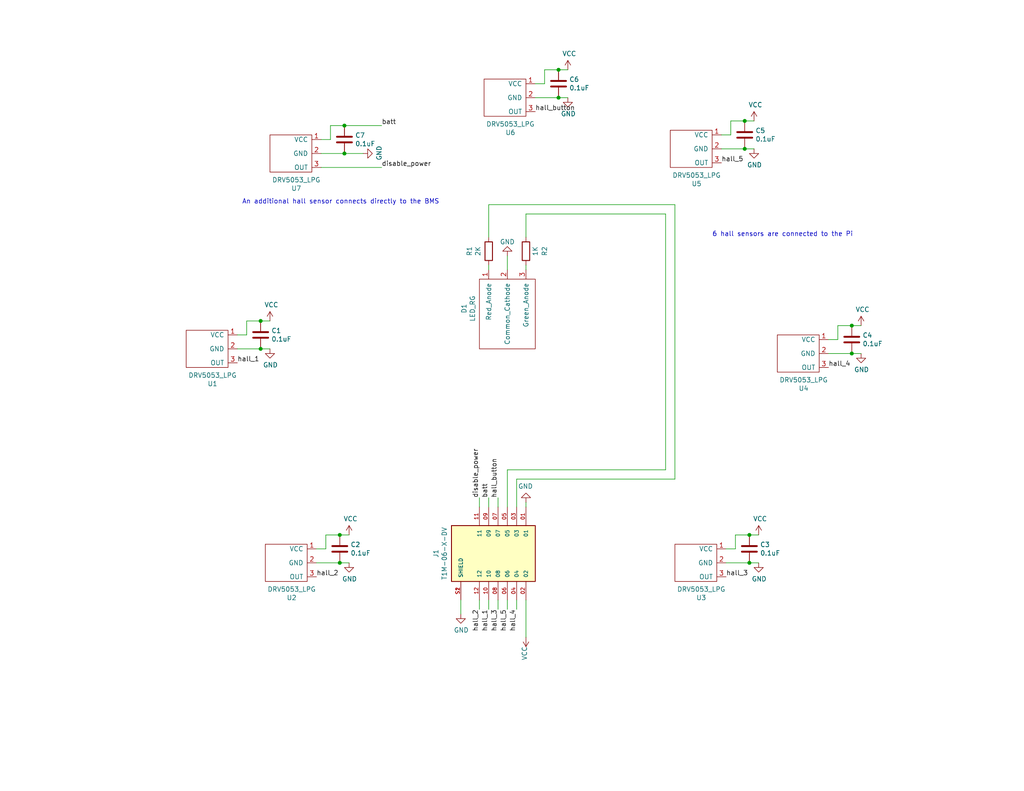
<source format=kicad_sch>
(kicad_sch (version 20211123) (generator eeschema)
  (paper "USLetter")
  (title_block (title "Hall Ring"))
  (lib_symbols
    (symbol "Device:C" (pin_numbers hide) (pin_names (offset 0.254))
      (property "Reference" "C" (at 0.635 2.54 0))
      (property "Value" "C" (at 0.635 -2.54 0))
      (symbol "C_0_1"
        (polyline (pts (xy -2.032 -0.762) (xy 2.032 -0.762)) (stroke (width 0.508)))
        (polyline (pts (xy -2.032 0.762) (xy 2.032 0.762)) (stroke (width 0.508)))
      )
      (symbol "C_1_1"
        (pin passive line (at 0 3.81 270) (length 2.794) (name "~") (number "1"))
        (pin passive line (at 0 -3.81 90) (length 2.794) (name "~") (number "2"))
      )
    )
    (symbol "Device:R" (pin_numbers hide) (pin_names (offset 0))
      (property "Reference" "R" (at 2.032 0 90))
      (property "Value" "R" (at 0 0 90))
      (symbol "R_0_1"
        (rectangle (start -1.016 -2.54) (end 1.016 2.54) (stroke (width 0.254)))
      )
      (symbol "R_1_1"
        (pin passive line (at 0 3.81 270) (length 1.27) (name "~") (number "1"))
        (pin passive line (at 0 -3.81 90) (length 1.27) (name "~") (number "2"))
      )
    )
    (symbol "Hall_ring-rescue:DRV5053_LPG-Custom" (pin_names (offset 1.016))
      (property "Reference" "U" (at 0 0 0))
      (property "Value" "DRV5053_LPG-Custom" (at 0 -12.7 0))
      (symbol "DRV5053_LPG-Custom_0_1"
        (rectangle (start -6.35 -11.43) (end 5.08 -1.27))
      )
      (symbol "DRV5053_LPG-Custom_1_1"
        (pin power_in line (at 7.62 -10.16 180) (length 2.54) (name "VCC") (number "1"))
        (pin power_in line (at 7.62 -6.35 180) (length 2.54) (name "GND") (number "2"))
        (pin output line (at 7.62 -2.54 180) (length 2.54) (name "OUT") (number "3"))
      )
    )
    (symbol "Hall_ring-rescue:LED_RG-Custom" (pin_names (offset 1.016))
      (property "Reference" "D" (at 0 1.27 0))
      (property "Value" "LED_RG-Custom" (at 0 -16.51 0))
      (symbol "LED_RG-Custom_0_1"
        (rectangle (start -11.43 -15.24) (end 7.62 0))
      )
      (symbol "LED_RG-Custom_1_1"
        (pin output line (at 10.16 -2.54 180) (length 2.54) (name "Red_Anode") (number "1"))
        (pin power_in line (at 10.16 -7.62 180) (length 2.54) (name "Common_Cathode") (number "2"))
        (pin output line (at 10.16 -12.7 180) (length 2.54) (name "Green_Anode") (number "3"))
      )
    )
    (symbol "T1M-06-X-DV:T1M-06-X-DV" (pin_names (offset 1.016))
      (property "Reference" "J" (at -7.62 11.43 0))
      (property "Value" "T1M-06-X-DV" (at -7.62 -13.97 0))
      (symbol "T1M-06-X-DV_0_0"
        (rectangle (start -7.62 -12.7) (end 7.62 10.16) (stroke (width 0.254)) (fill (type background)))
        (pin passive line (at -12.7 7.62 0) (length 5.08) (name "01") (number "01"))
        (pin passive line (at 12.7 7.62 180) (length 5.08) (name "02") (number "02"))
        (pin passive line (at -12.7 5.08 0) (length 5.08) (name "03") (number "03"))
        (pin passive line (at 12.7 5.08 180) (length 5.08) (name "04") (number "04"))
        (pin passive line (at -12.7 2.54 0) (length 5.08) (name "05") (number "05"))
        (pin passive line (at 12.7 2.54 180) (length 5.08) (name "06") (number "06"))
        (pin passive line (at -12.7 0 0) (length 5.08) (name "07") (number "07"))
        (pin passive line (at 12.7 0 180) (length 5.08) (name "08") (number "08"))
        (pin passive line (at -12.7 -2.54 0) (length 5.08) (name "09") (number "09"))
        (pin passive line (at 12.7 -2.54 180) (length 5.08) (name "10") (number "10"))
        (pin passive line (at -12.7 -5.08 0) (length 5.08) (name "11") (number "11"))
        (pin passive line (at 12.7 -5.08 180) (length 5.08) (name "12") (number "12"))
        (pin passive line (at 12.7 -10.16 180) (length 5.08) (name "SHIELD") (number "S1"))
        (pin passive line (at 12.7 -10.16 180) (length 5.08) (name "SHIELD") (number "S2"))
      )
    )
    (symbol "power:GND" (power) (pin_names (offset 0))
      (property "Value" "GND" (at 0 -3.81 0))
      (symbol "GND_0_1"
        (polyline (pts (xy 0 0) (xy 0 -1.27) (xy 1.27 -1.27) (xy 0 -2.54) (xy -1.27 -1.27) (xy 0 -1.27)))
      )
      (symbol "GND_1_1"
        (pin power_in line (at 0 0 270) (length 0) hide (name "GND") (number "1"))
      )
    )
    (symbol "power:VCC" (power) (pin_names (offset 0))
      (property "Value" "VCC" (at 0 3.81 0))
      (symbol "VCC_0_1"
        (polyline (pts (xy -0.762 1.27) (xy 0 2.54)))
        (polyline (pts (xy 0 0) (xy 0 2.54)))
        (polyline (pts (xy 0 2.54) (xy 0.762 1.27)))
      )
      (symbol "VCC_1_1"
        (pin power_in line (at 0 0 90) (length 0) hide (name "VCC") (number "1"))
      )
    )
  )
  (junction (at 232.41 88.9))
  (junction (at 71.12 87.63))
  (junction (at 204.47 153.67))
  (junction (at 71.12 95.25))
  (junction (at 204.47 146.05))
  (junction (at 92.71 146.05))
  (junction (at 232.41 96.52))
  (junction (at 152.4 19.05))
  (junction (at 152.4 26.67))
  (junction (at 93.98 41.91))
  (junction (at 203.2 33.02))
  (junction (at 92.71 153.67))
  (junction (at 203.2 40.64))
  (junction (at 93.98 34.29))
  (wire (pts (xy 86.36 153.67) (xy 92.71 153.67)))
  (wire (pts (xy 203.2 40.64) (xy 205.74 40.64)))
  (wire (pts (xy 199.39 33.02) (xy 203.2 33.02)))
  (wire (pts (xy 148.59 19.05) (xy 152.4 19.05)))
  (wire (pts (xy 67.31 91.44) (xy 67.31 87.63)))
  (wire (pts (xy 138.43 128.27) (xy 138.43 138.43)))
  (wire (pts (xy 199.39 36.83) (xy 199.39 33.02)))
  (wire (pts (xy 228.6 92.71) (xy 228.6 88.9)))
  (wire (pts (xy 125.73 167.64) (xy 125.73 163.83)))
  (wire (pts (xy 130.81 138.43) (xy 130.81 135.89)))
  (wire (pts (xy 140.97 130.81) (xy 140.97 138.43)))
  (wire (pts (xy 143.51 138.43) (xy 143.51 137.16)))
  (wire (pts (xy 232.41 96.52) (xy 234.95 96.52)))
  (wire (pts (xy 196.85 36.83) (xy 199.39 36.83)))
  (wire (pts (xy 226.06 92.71) (xy 228.6 92.71)))
  (wire (pts (xy 196.85 40.64) (xy 203.2 40.64)))
  (wire (pts (xy 232.41 88.9) (xy 234.95 88.9)))
  (wire (pts (xy 198.12 149.86) (xy 200.66 149.86)))
  (wire (pts (xy 200.66 146.05) (xy 204.47 146.05)))
  (wire (pts (xy 92.71 146.05) (xy 95.25 146.05)))
  (wire (pts (xy 64.77 95.25) (xy 71.12 95.25)))
  (wire (pts (xy 140.97 163.83) (xy 140.97 166.37)))
  (wire (pts (xy 148.59 22.86) (xy 148.59 19.05)))
  (wire (pts (xy 226.06 96.52) (xy 232.41 96.52)))
  (wire (pts (xy 146.05 22.86) (xy 148.59 22.86)))
  (wire (pts (xy 138.43 69.85) (xy 138.43 73.66)))
  (wire (pts (xy 143.51 58.42) (xy 143.51 64.77)))
  (wire (pts (xy 204.47 146.05) (xy 207.01 146.05)))
  (wire (pts (xy 64.77 91.44) (xy 67.31 91.44)))
  (wire (pts (xy 133.35 138.43) (xy 133.35 135.89)))
  (wire (pts (xy 133.35 55.88) (xy 133.35 64.77)))
  (wire (pts (xy 71.12 95.25) (xy 73.66 95.25)))
  (wire (pts (xy 203.2 33.02) (xy 205.74 33.02)))
  (wire (pts (xy 135.89 138.43) (xy 135.89 135.89)))
  (wire (pts (xy 67.31 87.63) (xy 71.12 87.63)))
  (wire (pts (xy 228.6 88.9) (xy 232.41 88.9)))
  (wire (pts (xy 198.12 153.67) (xy 204.47 153.67)))
  (wire (pts (xy 93.98 34.29) (xy 104.14 34.29)))
  (wire (pts (xy 140.97 130.81) (xy 184.15 130.81)))
  (wire (pts (xy 92.71 153.67) (xy 95.25 153.67)))
  (wire (pts (xy 93.98 41.91) (xy 99.06 41.91)))
  (wire (pts (xy 135.89 163.83) (xy 135.89 166.37)))
  (wire (pts (xy 143.51 73.66) (xy 143.51 72.39)))
  (wire (pts (xy 88.9 146.05) (xy 92.71 146.05)))
  (wire (pts (xy 152.4 19.05) (xy 154.94 19.05)))
  (wire (pts (xy 90.17 38.1) (xy 90.17 34.29)))
  (wire (pts (xy 181.61 58.42) (xy 143.51 58.42)))
  (wire (pts (xy 152.4 26.67) (xy 154.94 26.67)))
  (wire (pts (xy 88.9 149.86) (xy 88.9 146.05)))
  (wire (pts (xy 71.12 87.63) (xy 73.66 87.63)))
  (wire (pts (xy 138.43 128.27) (xy 181.61 128.27)))
  (wire (pts (xy 133.35 166.37) (xy 133.35 163.83)))
  (wire (pts (xy 204.47 153.67) (xy 207.01 153.67)))
  (wire (pts (xy 87.63 41.91) (xy 93.98 41.91)))
  (wire (pts (xy 86.36 149.86) (xy 88.9 149.86)))
  (wire (pts (xy 87.63 38.1) (xy 90.17 38.1)))
  (wire (pts (xy 181.61 128.27) (xy 181.61 58.42)))
  (wire (pts (xy 87.63 45.72) (xy 104.14 45.72)))
  (wire (pts (xy 146.05 26.67) (xy 152.4 26.67)))
  (wire (pts (xy 133.35 73.66) (xy 133.35 72.39)))
  (wire (pts (xy 143.51 163.83) (xy 143.51 173.99)))
  (wire (pts (xy 184.15 55.88) (xy 184.15 130.81)))
  (wire (pts (xy 138.43 163.83) (xy 138.43 166.37)))
  (wire (pts (xy 200.66 149.86) (xy 200.66 146.05)))
  (wire (pts (xy 90.17 34.29) (xy 93.98 34.29)))
  (wire (pts (xy 130.81 163.83) (xy 130.81 166.37)))
  (wire (pts (xy 133.35 55.88) (xy 184.15 55.88)))
  (text "6 hall sensors are connected to the Pi\n" (at 194.31 64.77 0) (effects (font (size 1.27 1.27)) (justify left bottom)))
  (text "An additional hall sensor connects directly to the BMS\n" (at 66.04 55.88 0) (effects (font (size 1.27 1.27)) (justify left bottom)))
  (label "hall_3" (at 198.12 157.48 0))
  (label "batt" (at 133.35 135.89 90))
  (label "disable_power" (at 104.14 45.72 0))
  (label "hall_5" (at 138.43 166.37 270))
  (label "hall_3" (at 135.89 166.37 270))
  (label "hall_4" (at 140.97 166.37 270))
  (label "disable_power" (at 130.81 135.89 90))
  (label "hall_2" (at 86.36 157.48 0))
  (label "hall_2" (at 130.81 166.37 270))
  (label "hall_1" (at 64.77 99.06 0))
  (label "hall_button" (at 135.89 135.89 90))
  (label "hall_button" (at 146.05 30.48 0))
  (label "hall_5" (at 196.85 44.45 0))
  (label "hall_4" (at 226.06 100.33 0))
  (label "hall_1" (at 133.35 166.37 270))
  (label "batt" (at 104.14 34.29 0))
  (symbol (lib_id "Hall_ring-rescue:DRV5053_LPG-Custom") (at 57.15 101.6 0) (mirror x) (unit 1)
    (property "Reference" "U1" (at 57.9882 104.775 0))
    (property "Value" "DRV5053_LPG" (at 57.9882 102.4636 0))
    (property "Footprint" "Package_TO_SOT_THT:TO-92Flat" (effects hide))
    (property "Digikey" "296-DRV5032DULPGMCT-ND" (effects hide))
    (property "Buy Digikey" "buy" (effects hide))
  )
  (symbol (lib_id "power:GND") (at 143.51 137.16 180) (unit 1)
    (property "Reference" "#PWR014" (effects hide))
    (property "Value" "GND" (at 143.383 132.7658 0))
  )
  (symbol (lib_id "power:VCC") (at 143.51 173.99 180) (unit 1)
    (property "Reference" "#PWR013" (effects hide))
    (property "Value" "VCC" (at 143.129 178.3842 90))
  )
  (symbol (lib_id "power:GND") (at 73.66 95.25 0) (unit 1)
    (property "Reference" "#PWR02" (effects hide))
    (property "Value" "GND" (at 73.787 99.6442 0))
  )
  (symbol (lib_id "power:VCC") (at 73.66 87.63 0) (unit 1)
    (property "Reference" "#PWR01" (effects hide))
    (property "Value" "VCC" (at 74.041 83.2358 0))
  )
  (symbol (lib_id "Hall_ring-rescue:DRV5053_LPG-Custom") (at 190.5 160.02 0) (mirror x) (unit 1)
    (property "Reference" "U3" (at 191.3382 163.195 0))
    (property "Value" "DRV5053_LPG" (at 191.3382 160.8836 0))
    (property "Footprint" "Package_TO_SOT_THT:TO-92Flat" (effects hide))
    (property "Digikey" "296-DRV5032DULPGMCT-ND" (effects hide))
    (property "Buy Digikey" "buy" (effects hide))
  )
  (symbol (lib_id "power:GND") (at 207.01 153.67 0) (unit 1)
    (property "Reference" "#PWR06" (effects hide))
    (property "Value" "GND" (at 207.137 158.0642 0))
  )
  (symbol (lib_id "power:VCC") (at 207.01 146.05 0) (unit 1)
    (property "Reference" "#PWR05" (effects hide))
    (property "Value" "VCC" (at 207.391 141.6558 0))
  )
  (symbol (lib_id "Hall_ring-rescue:DRV5053_LPG-Custom") (at 218.44 102.87 0) (mirror x) (unit 1)
    (property "Reference" "U4" (at 219.2782 106.045 0))
    (property "Value" "DRV5053_LPG" (at 219.2782 103.7336 0))
    (property "Footprint" "Package_TO_SOT_THT:TO-92Flat" (effects hide))
    (property "Digikey" "296-DRV5032DULPGMCT-ND" (effects hide))
    (property "Buy Digikey" "buy" (effects hide))
  )
  (symbol (lib_id "power:GND") (at 234.95 96.52 0) (unit 1)
    (property "Reference" "#PWR08" (effects hide))
    (property "Value" "GND" (at 235.077 100.9142 0))
  )
  (symbol (lib_id "power:VCC") (at 234.95 88.9 0) (unit 1)
    (property "Reference" "#PWR07" (effects hide))
    (property "Value" "VCC" (at 235.331 84.5058 0))
  )
  (symbol (lib_id "Hall_ring-rescue:DRV5053_LPG-Custom") (at 189.23 46.99 0) (mirror x) (unit 1)
    (property "Reference" "U5" (at 190.0682 50.165 0))
    (property "Value" "DRV5053_LPG" (at 190.0682 47.8536 0))
    (property "Footprint" "Package_TO_SOT_THT:TO-92Flat" (effects hide))
    (property "Digikey" "296-DRV5032DULPGMCT-ND" (effects hide))
    (property "Buy Digikey" "buy" (effects hide))
  )
  (symbol (lib_id "power:GND") (at 205.74 40.64 0) (unit 1)
    (property "Reference" "#PWR010" (effects hide))
    (property "Value" "GND" (at 205.867 45.0342 0))
  )
  (symbol (lib_id "power:VCC") (at 205.74 33.02 0) (unit 1)
    (property "Reference" "#PWR09" (effects hide))
    (property "Value" "VCC" (at 206.121 28.6258 0))
  )
  (symbol (lib_id "Hall_ring-rescue:DRV5053_LPG-Custom") (at 138.43 33.02 0) (mirror x) (unit 1)
    (property "Reference" "U6" (at 139.2682 36.195 0))
    (property "Value" "DRV5053_LPG" (at 139.2682 33.8836 0))
    (property "Footprint" "Package_TO_SOT_THT:TO-92Flat" (effects hide))
    (property "Digikey" "296-DRV5032DULPGMCT-ND" (effects hide))
    (property "Buy Digikey" "buy" (effects hide))
  )
  (symbol (lib_id "power:GND") (at 154.94 26.67 0) (unit 1)
    (property "Reference" "#PWR012" (effects hide))
    (property "Value" "GND" (at 155.067 31.0642 0))
  )
  (symbol (lib_id "power:VCC") (at 154.94 19.05 0) (unit 1)
    (property "Reference" "#PWR011" (effects hide))
    (property "Value" "VCC" (at 155.321 14.6558 0))
  )
  (symbol (lib_id "Hall_ring-rescue:DRV5053_LPG-Custom") (at 78.74 160.02 0) (mirror x) (unit 1)
    (property "Reference" "U2" (at 79.5782 163.195 0))
    (property "Value" "DRV5053_LPG" (at 79.5782 160.8836 0))
    (property "Footprint" "Package_TO_SOT_THT:TO-92Flat" (effects hide))
    (property "Digikey" "296-DRV5032DULPGMCT-ND" (effects hide))
    (property "Buy Digikey" "buy" (effects hide))
  )
  (symbol (lib_id "power:GND") (at 95.25 153.67 0) (unit 1)
    (property "Reference" "#PWR04" (effects hide))
    (property "Value" "GND" (at 95.377 158.0642 0))
  )
  (symbol (lib_id "power:VCC") (at 95.25 146.05 0) (unit 1)
    (property "Reference" "#PWR03" (effects hide))
    (property "Value" "VCC" (at 95.631 141.6558 0))
  )
  (symbol (lib_id "Device:C") (at 71.12 91.44 0) (unit 1)
    (property "Reference" "C1" (at 74.041 90.2716 0) (effects (justify left)))
    (property "Value" "0.1uF" (at 74.041 92.583 0) (effects (justify left)))
    (property "Footprint" "Capacitor_SMD:C_0402_1005Metric" (effects hide))
    (property "Digikey" "1276-1043-2-ND" (effects hide))
    (property "LCSC" "C307331" (effects hide))
    (property "Buy Digikey" "buy" (effects hide))
  )
  (symbol (lib_id "Device:C") (at 92.71 149.86 0) (unit 1)
    (property "Reference" "C2" (at 95.631 148.6916 0) (effects (justify left)))
    (property "Value" "0.1uF" (at 95.631 151.003 0) (effects (justify left)))
    (property "Footprint" "Capacitor_SMD:C_0402_1005Metric" (effects hide))
    (property "Digikey" "1276-1043-2-ND" (effects hide))
    (property "LCSC" "C307331" (effects hide))
    (property "Buy Digikey" "buy" (effects hide))
  )
  (symbol (lib_id "Device:C") (at 204.47 149.86 0) (unit 1)
    (property "Reference" "C3" (at 207.391 148.6916 0) (effects (justify left)))
    (property "Value" "0.1uF" (at 207.391 151.003 0) (effects (justify left)))
    (property "Footprint" "Capacitor_SMD:C_0402_1005Metric" (effects hide))
    (property "Digikey" "1276-1043-2-ND" (effects hide))
    (property "LCSC" "C307331" (effects hide))
    (property "Buy Digikey" "buy" (effects hide))
  )
  (symbol (lib_id "Device:C") (at 232.41 92.71 0) (unit 1)
    (property "Reference" "C4" (at 235.331 91.5416 0) (effects (justify left)))
    (property "Value" "0.1uF" (at 235.331 93.853 0) (effects (justify left)))
    (property "Footprint" "Capacitor_SMD:C_0402_1005Metric" (effects hide))
    (property "Digikey" "1276-1043-2-ND" (effects hide))
    (property "LCSC" "C307331" (effects hide))
    (property "Buy Digikey" "buy" (effects hide))
  )
  (symbol (lib_id "Device:C") (at 203.2 36.83 0) (unit 1)
    (property "Reference" "C5" (at 206.121 35.6616 0) (effects (justify left)))
    (property "Value" "0.1uF" (at 206.121 37.973 0) (effects (justify left)))
    (property "Footprint" "Capacitor_SMD:C_0402_1005Metric" (effects hide))
    (property "Digikey" "1276-1043-2-ND" (effects hide))
    (property "LCSC" "C307331" (effects hide))
    (property "Buy Digikey" "buy" (effects hide))
  )
  (symbol (lib_id "Device:C") (at 152.4 22.86 0) (unit 1)
    (property "Reference" "C6" (at 155.321 21.6916 0) (effects (justify left)))
    (property "Value" "0.1uF" (at 155.321 24.003 0) (effects (justify left)))
    (property "Footprint" "Capacitor_SMD:C_0402_1005Metric" (effects hide))
    (property "Digikey" "1276-1043-2-ND" (effects hide))
    (property "LCSC" "C307331" (effects hide))
    (property "Buy Digikey" "buy" (effects hide))
  )
  (symbol (lib_id "Hall_ring-rescue:DRV5053_LPG-Custom") (at 80.01 48.26 0) (mirror x) (unit 1)
    (property "Reference" "U7" (at 80.8482 51.435 0))
    (property "Value" "DRV5053_LPG" (at 80.8482 49.1236 0))
    (property "Footprint" "Package_TO_SOT_THT:TO-92Flat" (effects hide))
    (property "Digikey" "296-DRV5032DULPGMCT-ND" (effects hide))
    (property "Buy Digikey" "buy" (effects hide))
  )
  (symbol (lib_id "Device:C") (at 93.98 38.1 0) (unit 1)
    (property "Reference" "C7" (at 96.901 36.9316 0) (effects (justify left)))
    (property "Value" "0.1uF" (at 96.901 39.243 0) (effects (justify left)))
    (property "Footprint" "Capacitor_SMD:C_0402_1005Metric" (effects hide))
    (property "Digikey" "1276-1043-2-ND" (effects hide))
    (property "LCSC" "C307331" (effects hide))
    (property "Buy Digikey" "buy" (effects hide))
  )
  (symbol (lib_id "Hall_ring-rescue:LED_RG-Custom") (at 130.81 83.82 90) (unit 1)
    (property "Reference" "D1" (at 126.619 84.2518 0))
    (property "Value" "LED_RG" (at 128.9304 84.2518 0))
    (property "Footprint" "Connector_PinHeader_2.00mm:PinHeader_1x03_P2.00mm_Vertical" (effects hide))
    (property "Digikey" "160-1939-ND" (effects hide))
    (property "Buy Digikey" "buy" (effects hide))
  )
  (symbol (lib_id "Device:R") (at 133.35 68.58 0) (unit 1)
    (property "Reference" "R1" (at 128.0922 68.58 90))
    (property "Value" "2K" (at 130.4036 68.58 90))
    (property "Footprint" "Resistor_SMD:R_0402_1005Metric" (effects hide))
    (property "Digikey" "CR0402-FX-2001GLFCT-ND" (effects hide))
    (property "LCSC" "C4109" (effects hide))
    (property "Buy Digikey" "buy" (effects hide))
  )
  (symbol (lib_id "Device:R") (at 143.51 68.58 0) (unit 1)
    (property "Reference" "R2" (at 148.59 68.58 90))
    (property "Value" "1K" (at 146.05 68.58 90))
    (property "Footprint" "Resistor_SMD:R_0402_1005Metric" (effects hide))
    (property "Digikey" "RMCF0402FT1K00CT-ND" (effects hide))
    (property "LCSC" "C11702" (effects hide))
    (property "Buy Digikey" "buy" (effects hide))
  )
  (symbol (lib_id "power:GND") (at 138.43 69.85 180) (unit 1)
    (property "Reference" "#PWR015" (effects hide))
    (property "Value" "GND" (at 138.43 66.04 0))
  )
  (symbol (lib_id "power:GND") (at 99.06 41.91 90) (unit 1)
    (property "Reference" "#PWR0101" (effects hide))
    (property "Value" "GND" (at 103.4542 41.783 0))
  )
  (symbol (lib_id "T1M-06-X-DV:T1M-06-X-DV") (at 135.89 151.13 270) (unit 1)
    (property "Reference" "J1" (at 118.9482 151.13 0))
    (property "Value" "T1M-06-X-DV" (at 121.2596 151.13 0))
    (property "Footprint" "Custom:SAMTEC_T1M-06-X-DV" (effects hide))
    (property "Digikey" "~ Get from Samtec" (effects hide))
    (property "Buy Digikey" "buy" (effects hide))
  )
  (symbol (lib_id "power:GND") (at 125.73 167.64 0) (unit 1)
    (property "Reference" "#PWR0102" (effects hide))
    (property "Value" "GND" (at 125.857 172.0342 0))
  )
)
</source>
